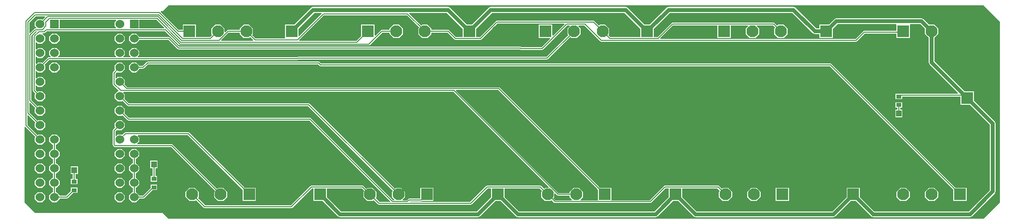
<source format=gtl>
G04*
G04 #@! TF.GenerationSoftware,Altium Limited,Altium Designer,21.6.1 (37)*
G04*
G04 Layer_Physical_Order=1*
G04 Layer_Color=255*
%FSLAX44Y44*%
%MOMM*%
G71*
G04*
G04 #@! TF.SameCoordinates,826819EA-234B-40C6-A563-737F89A4C456*
G04*
G04*
G04 #@! TF.FilePolarity,Positive*
G04*
G01*
G75*
%ADD11C,0.2000*%
%ADD16R,0.9000X0.7000*%
%ADD17R,1.0000X1.1000*%
%ADD25C,0.7000*%
%ADD26R,1.5300X1.5300*%
%ADD27C,1.5300*%
%ADD28R,2.1000X2.1000*%
%ADD29C,2.1000*%
%ADD30R,2.1000X2.1000*%
%ADD31C,0.7000*%
G36*
X1717757Y354071D02*
Y35929D01*
X1689071Y7243D01*
X260000Y7243D01*
X255929D01*
X246586Y16586D01*
X245858Y17072D01*
X245000Y17243D01*
X20929D01*
X2243Y35929D01*
Y169023D01*
X2344Y169086D01*
X3513Y169412D01*
X21555Y151370D01*
X20680Y150495D01*
Y143105D01*
X25905Y137880D01*
X33295D01*
X38520Y143105D01*
Y150495D01*
X33295Y155720D01*
X25905D01*
X25030Y154845D01*
X7457Y172418D01*
Y189209D01*
X8630Y189695D01*
X21555Y176770D01*
X20680Y175895D01*
Y168505D01*
X25905Y163280D01*
X33295D01*
X38520Y168505D01*
Y175895D01*
X33295Y181120D01*
X25905D01*
X25030Y180245D01*
X10769Y194506D01*
Y211297D01*
X11943Y211783D01*
X21555Y202170D01*
X20680Y201295D01*
Y193905D01*
X25905Y188680D01*
X33295D01*
X38520Y193905D01*
Y201295D01*
X33295Y206520D01*
X25905D01*
X25030Y205645D01*
X14457Y216218D01*
Y329811D01*
X22189Y337543D01*
X23380D01*
X23866Y336370D01*
X17943Y330446D01*
X17223Y328709D01*
X17223Y328709D01*
Y232920D01*
X17223Y232920D01*
X17943Y231183D01*
X21555Y227570D01*
X20680Y226695D01*
Y219305D01*
X25905Y214080D01*
X33295D01*
X38520Y219305D01*
Y226695D01*
X33295Y231920D01*
X25905D01*
X25030Y231045D01*
X22137Y233938D01*
Y241589D01*
X23310Y242075D01*
X25905Y239480D01*
X33295D01*
X38520Y244705D01*
Y252095D01*
X33295Y257320D01*
X25905D01*
X23310Y254725D01*
X22137Y255211D01*
Y266989D01*
X23310Y267475D01*
X25905Y264880D01*
X33295D01*
X38520Y270105D01*
Y277495D01*
X37645Y278370D01*
X46098Y286823D01*
X482909D01*
X482909Y286823D01*
X484140Y287333D01*
X921247D01*
X921247Y287333D01*
X922985Y288053D01*
X962372Y327440D01*
X964082Y325730D01*
X973833D01*
X980727Y332625D01*
Y342375D01*
X976463Y346640D01*
X976949Y347813D01*
X987110D01*
X1015201Y319723D01*
X1015201Y319723D01*
X1016938Y319003D01*
X1016938Y319003D01*
X1464520D01*
X1464520Y319003D01*
X1466257Y319723D01*
X1480077Y333543D01*
X1535730D01*
Y325730D01*
X1559270D01*
Y349270D01*
X1560305Y349837D01*
X1577861D01*
X1585730Y341968D01*
Y332625D01*
X1592337Y326018D01*
Y282500D01*
X1593849Y278849D01*
X1644068Y228630D01*
X1643582Y227457D01*
X1542500D01*
X1542500Y227457D01*
X1542048Y227270D01*
X1534230D01*
Y217730D01*
X1545770D01*
Y222543D01*
X1648230D01*
Y208230D01*
X1664468D01*
X1699837Y172861D01*
Y57139D01*
X1662861Y20163D01*
X1497139D01*
X1471770Y45532D01*
Y61770D01*
X1448230D01*
Y45532D01*
X1422861Y20163D01*
X1184639D01*
X1159270Y45532D01*
Y60313D01*
X1221212D01*
X1224940Y56585D01*
X1223230Y54875D01*
Y45125D01*
X1230125Y38230D01*
X1239875D01*
X1246770Y45125D01*
Y54875D01*
X1239875Y61770D01*
X1230125D01*
X1228415Y60060D01*
X1223967Y64507D01*
X1222230Y65227D01*
X1222230Y65227D01*
X1128330D01*
X1128329Y65227D01*
X1126592Y64507D01*
X1126592Y64507D01*
X1101772Y39687D01*
X1034270D01*
Y61770D01*
X1014205D01*
X838047Y237927D01*
X836310Y238647D01*
X836310Y238647D01*
X183228D01*
X178045Y243830D01*
X178920Y244705D01*
Y252095D01*
X173695Y257320D01*
X166305D01*
X163710Y254725D01*
X162537Y255211D01*
Y262862D01*
X165430Y265755D01*
X166305Y264880D01*
X173695D01*
X178920Y270105D01*
Y277495D01*
X173695Y282720D01*
X166305D01*
X161080Y277495D01*
Y270105D01*
X161955Y269230D01*
X158343Y265617D01*
X157623Y263880D01*
X157623Y263880D01*
Y244291D01*
X157623Y244291D01*
X158343Y242554D01*
X167803Y233093D01*
X167317Y231920D01*
X166305D01*
X161080Y226695D01*
Y219305D01*
X166305Y214080D01*
X173695D01*
X174570Y214955D01*
X183743Y205783D01*
X183743Y205783D01*
X185480Y205063D01*
X185480Y205063D01*
X501462D01*
X649940Y56585D01*
X648230Y54875D01*
Y45125D01*
X652494Y40860D01*
X652008Y39687D01*
X650788D01*
X506617Y183857D01*
X504880Y184577D01*
X504880Y184577D01*
X186498D01*
X178045Y193030D01*
X178920Y193905D01*
Y201295D01*
X173695Y206520D01*
X166305D01*
X161080Y201295D01*
Y193905D01*
X166305Y188680D01*
X173695D01*
X174570Y189555D01*
X183743Y180383D01*
X183743Y180383D01*
X185480Y179663D01*
X185480Y179663D01*
X503862D01*
X645935Y37590D01*
X645449Y36417D01*
X627058D01*
X620060Y43415D01*
X621770Y45125D01*
Y54875D01*
X614875Y61770D01*
X605125D01*
X603415Y60060D01*
X598967Y64507D01*
X597230Y65227D01*
X597230Y65227D01*
X506770D01*
X506770Y65227D01*
X505033Y64507D01*
X505033Y64507D01*
X470982Y30457D01*
X320518D01*
X307560Y43415D01*
X309270Y45125D01*
Y54875D01*
X302375Y61770D01*
X292625D01*
X285730Y54875D01*
Y45125D01*
X292625Y38230D01*
X302375D01*
X304085Y39940D01*
X317763Y26263D01*
X317763Y26263D01*
X319500Y25543D01*
X319500Y25543D01*
X472000D01*
X472000Y25543D01*
X473737Y26263D01*
X507788Y60313D01*
X510730D01*
Y38230D01*
X526968D01*
X553849Y11349D01*
X557500Y9837D01*
X800000D01*
X803651Y11349D01*
X830532Y38230D01*
X839469D01*
X866349Y11349D01*
X870000Y9837D01*
X1112500D01*
X1116151Y11349D01*
X1143032Y38230D01*
X1151968D01*
X1178849Y11349D01*
X1182500Y9837D01*
X1425000D01*
X1428651Y11349D01*
X1455532Y38230D01*
X1464468D01*
X1491349Y11349D01*
X1495000Y9837D01*
X1665000D01*
X1668651Y11349D01*
X1708651Y51349D01*
X1710163Y55000D01*
Y175000D01*
X1708651Y178651D01*
X1671770Y215532D01*
Y231770D01*
X1655532D01*
X1602663Y284639D01*
Y326018D01*
X1609270Y332625D01*
Y342375D01*
X1602375Y349270D01*
X1593032D01*
X1583651Y358651D01*
X1580000Y360163D01*
X1430000D01*
X1426349Y358651D01*
X1416968Y349270D01*
X1400730D01*
Y342663D01*
X1394639D01*
X1358651Y378651D01*
X1355000Y380163D01*
X1135000D01*
X1131349Y378651D01*
X1101968Y349270D01*
X1093032D01*
X1063651Y378651D01*
X1060000Y380163D01*
X822500D01*
X818849Y378651D01*
X789468Y349270D01*
X780532D01*
X751151Y378651D01*
X747500Y380163D01*
X510000D01*
X506349Y378651D01*
X476968Y349270D01*
X460730D01*
Y325730D01*
X460085Y324727D01*
X408748D01*
X402560Y330915D01*
X404270Y332625D01*
Y342375D01*
X397375Y349270D01*
X387625D01*
X380730Y342375D01*
Y339957D01*
X360560D01*
X358822Y339237D01*
X358822Y339237D01*
X355443Y335859D01*
X354270Y336345D01*
Y342375D01*
X347375Y349270D01*
X337625D01*
X330730Y342375D01*
Y332625D01*
X332440Y330915D01*
X328712Y327187D01*
X304270D01*
Y349270D01*
X280730D01*
Y339957D01*
X273518D01*
X241988Y371487D01*
X242314Y372656D01*
X242377Y372757D01*
X245000D01*
X245858Y372928D01*
X246586Y373414D01*
X255929Y382757D01*
X260000Y382757D01*
X1689071Y382757D01*
X1717757Y354071D01*
D02*
G37*
G36*
X38955Y362830D02*
X34170Y358045D01*
X33295Y358920D01*
X25905D01*
X20680Y353695D01*
Y346305D01*
X23355Y343630D01*
X22869Y342457D01*
X21172D01*
X21172Y342457D01*
X19434Y341737D01*
X19434Y341737D01*
X11943Y334246D01*
X10769Y334732D01*
Y352670D01*
X22102Y364003D01*
X38469D01*
X38955Y362830D01*
D02*
G37*
G36*
X248190Y343710D02*
X247704Y342537D01*
X204320D01*
Y357463D01*
X234438D01*
X248190Y343710D01*
D02*
G37*
G36*
X163675Y356290D02*
X161080Y353695D01*
Y346305D01*
X163675Y343710D01*
X163189Y342537D01*
X63920D01*
Y357463D01*
X163189D01*
X163675Y356290D01*
D02*
G37*
G36*
X696397Y344085D02*
X694688Y342375D01*
Y332625D01*
X701582Y325730D01*
X711333D01*
X718227Y332625D01*
Y335043D01*
X746617D01*
X758667Y322993D01*
X758667Y322993D01*
X760405Y322273D01*
X804171D01*
X804171Y322273D01*
X805908Y322993D01*
X833998Y351083D01*
X951617D01*
X952103Y349910D01*
X931901Y329708D01*
X930727Y330194D01*
Y349270D01*
X907188D01*
Y325730D01*
X926264D01*
X926750Y324557D01*
X911860Y309667D01*
X876384D01*
X874984Y310247D01*
X874984Y310247D01*
X274730D01*
X258640Y326337D01*
X256902Y327057D01*
X256902Y327057D01*
X204320D01*
Y328295D01*
X199095Y333520D01*
X191705D01*
X186480Y328295D01*
Y320905D01*
X191705Y315680D01*
X199095D01*
X204320Y320905D01*
Y322143D01*
X255884D01*
X271975Y306053D01*
X271975Y306053D01*
X273712Y305333D01*
X273712Y305333D01*
X874164D01*
X875564Y304753D01*
X875564Y304753D01*
X912878D01*
X912878Y304753D01*
X914615Y305473D01*
X956955Y347813D01*
X960966D01*
X961452Y346640D01*
X957188Y342375D01*
Y332625D01*
X958897Y330915D01*
X920230Y292247D01*
X483419D01*
X483419Y292247D01*
X482188Y291737D01*
X202211D01*
X201725Y292910D01*
X204320Y295505D01*
Y302895D01*
X199095Y308120D01*
X191705D01*
X186480Y302895D01*
Y295505D01*
X189075Y292910D01*
X188589Y291737D01*
X176811D01*
X176325Y292910D01*
X178920Y295505D01*
Y302895D01*
X173695Y308120D01*
X166305D01*
X161080Y302895D01*
Y295505D01*
X163675Y292910D01*
X163189Y291737D01*
X61811D01*
X61325Y292910D01*
X63920Y295505D01*
Y302895D01*
X58695Y308120D01*
X51305D01*
X46080Y302895D01*
Y295505D01*
X48675Y292910D01*
X48189Y291737D01*
X45080D01*
X45080Y291737D01*
X43343Y291017D01*
X34170Y281845D01*
X33295Y282720D01*
X25905D01*
X23310Y280125D01*
X22137Y280611D01*
Y292389D01*
X23310Y292875D01*
X25905Y290280D01*
X33295D01*
X38520Y295505D01*
Y302895D01*
X33295Y308120D01*
X25905D01*
X23310Y305525D01*
X22137Y306011D01*
Y317789D01*
X23310Y318275D01*
X25905Y315680D01*
X33295D01*
X38520Y320905D01*
Y328295D01*
X33812Y333003D01*
X34338Y334273D01*
X37106D01*
X37106Y334273D01*
X38843Y334993D01*
X41473Y337623D01*
X249653D01*
X274094Y313183D01*
X274094Y313183D01*
X275831Y312463D01*
X608088D01*
X608088Y312463D01*
X609825Y313183D01*
X631685Y335043D01*
X644688D01*
Y332625D01*
X651582Y325730D01*
X661333D01*
X668227Y332625D01*
Y342375D01*
X661333Y349270D01*
X651582D01*
X644688Y342375D01*
Y339957D01*
X630668D01*
X630668Y339957D01*
X628930Y339237D01*
X619401Y329708D01*
X618228Y330194D01*
Y349270D01*
X594688D01*
Y329205D01*
X586130Y320647D01*
X485781D01*
X485295Y321820D01*
X529189Y365715D01*
X674768D01*
X696397Y344085D01*
D02*
G37*
G36*
X525189Y368664D02*
X485443Y328918D01*
X484270Y329404D01*
Y341968D01*
X512139Y369837D01*
X524703D01*
X525189Y368664D01*
D02*
G37*
G36*
X1085730Y341968D02*
Y327187D01*
X1032745D01*
X1029017Y330915D01*
X1030727Y332625D01*
Y342375D01*
X1023833Y349270D01*
X1014082D01*
X1012372Y347560D01*
X1004655Y355277D01*
X1002917Y355997D01*
X1002917Y355997D01*
X832981D01*
X832980Y355997D01*
X831752Y355488D01*
X831243Y355277D01*
X831243Y355277D01*
X803153Y327187D01*
X796770D01*
Y341968D01*
X824639Y369837D01*
X1057861D01*
X1085730Y341968D01*
D02*
G37*
G36*
X773230D02*
Y327187D01*
X761422D01*
X749372Y339237D01*
X747635Y339957D01*
X747635Y339957D01*
X718227D01*
Y342375D01*
X711333Y349270D01*
X701582D01*
X699872Y347560D01*
X678769Y368664D01*
X679255Y369837D01*
X745361D01*
X773230Y341968D01*
D02*
G37*
G36*
X1388849Y333849D02*
X1392500Y332337D01*
X1400730D01*
Y325730D01*
X1424270D01*
Y341968D01*
X1432139Y349837D01*
X1534695D01*
X1535730Y349270D01*
Y338457D01*
X1479059D01*
X1477322Y337737D01*
X1477322Y337737D01*
X1463502Y323917D01*
X1120992D01*
X1120506Y325090D01*
X1143228Y347813D01*
X1220730D01*
Y325730D01*
X1244270D01*
Y347813D01*
X1274508D01*
X1274994Y346640D01*
X1270730Y342375D01*
Y332625D01*
X1277625Y325730D01*
X1287375D01*
X1294270Y332625D01*
Y342375D01*
X1290006Y346640D01*
X1290492Y347813D01*
X1318712D01*
X1322440Y344085D01*
X1320730Y342375D01*
Y332625D01*
X1327625Y325730D01*
X1337375D01*
X1344270Y332625D01*
Y342375D01*
X1337375Y349270D01*
X1327625D01*
X1325915Y347560D01*
X1321467Y352007D01*
X1319730Y352727D01*
X1319730Y352727D01*
X1142211D01*
X1142210Y352727D01*
X1140473Y352007D01*
X1140473Y352007D01*
X1115653Y327187D01*
X1109270D01*
Y341968D01*
X1137139Y369837D01*
X1352861D01*
X1388849Y333849D01*
D02*
G37*
G36*
X380730Y332625D02*
X387625Y325730D01*
X397375D01*
X399085Y327440D01*
X404705Y321820D01*
X404219Y320647D01*
X348841D01*
X348355Y321820D01*
X361577Y335043D01*
X380730D01*
Y332625D01*
D02*
G37*
G36*
X924141Y62943D02*
X923655Y61770D01*
X917625D01*
X915915Y60060D01*
X911467Y64507D01*
X909730Y65227D01*
X909730Y65227D01*
X815830D01*
X815829Y65227D01*
X814092Y64507D01*
X814092Y64507D01*
X786002Y36417D01*
X681388D01*
X680737Y37687D01*
X680993Y38043D01*
X700500D01*
X700500Y38043D01*
X700952Y38230D01*
X721770D01*
Y61770D01*
X698230D01*
Y42957D01*
X679240D01*
X679240Y42957D01*
X677503Y42237D01*
X677503Y42237D01*
X674952Y39687D01*
X667992D01*
X667506Y40860D01*
X671770Y45125D01*
Y54875D01*
X664875Y61770D01*
X655125D01*
X653415Y60060D01*
X504217Y209257D01*
X502480Y209977D01*
X502480Y209977D01*
X186498D01*
X178045Y218430D01*
X178920Y219305D01*
Y226695D01*
X176325Y229290D01*
X176811Y230463D01*
X756622D01*
X924141Y62943D01*
D02*
G37*
G36*
X1010730Y58295D02*
Y39687D01*
X980492D01*
X980006Y40860D01*
X984270Y45125D01*
Y54875D01*
X977375Y61770D01*
X967625D01*
X960730Y54875D01*
Y52457D01*
X941577D01*
X761475Y232560D01*
X761961Y233733D01*
X835292D01*
X1010730Y58295D01*
D02*
G37*
G36*
X938822Y48263D02*
X938822Y48263D01*
X940559Y47543D01*
X940560Y47543D01*
X960730D01*
Y45125D01*
X964994Y40860D01*
X964508Y39687D01*
X936288D01*
X932560Y43415D01*
X934270Y45125D01*
Y51155D01*
X935443Y51641D01*
X938822Y48263D01*
D02*
G37*
G36*
X1135730Y45532D02*
X1110361Y20163D01*
X872139D01*
X846770Y45532D01*
Y60313D01*
X908712D01*
X912440Y56585D01*
X910730Y54875D01*
Y45125D01*
X917625Y38230D01*
X927375D01*
X929085Y39940D01*
X933533Y35493D01*
X933533Y35493D01*
X935270Y34773D01*
X1102790D01*
X1102790Y34773D01*
X1104527Y35493D01*
X1129347Y60313D01*
X1135730D01*
Y45532D01*
D02*
G37*
G36*
X823230Y45532D02*
X797861Y20163D01*
X559639D01*
X534270Y45532D01*
Y60313D01*
X596212D01*
X599940Y56585D01*
X598230Y54875D01*
Y45125D01*
X605125Y38230D01*
X614875D01*
X616585Y39940D01*
X624303Y32223D01*
X624303Y32223D01*
X626040Y31503D01*
X787020D01*
X787020Y31503D01*
X788757Y32223D01*
X816847Y60313D01*
X823230D01*
Y45532D01*
D02*
G37*
%LPC*%
G36*
X519820Y284187D02*
X519820Y284187D01*
X219000D01*
X219000Y284187D01*
X217263Y283467D01*
X217263Y283467D01*
X210052Y276257D01*
X204320D01*
Y277495D01*
X199095Y282720D01*
X191705D01*
X186480Y277495D01*
Y270105D01*
X191705Y264880D01*
X199095D01*
X204320Y270105D01*
Y271343D01*
X211070D01*
X211070Y271343D01*
X212807Y272063D01*
X220018Y279273D01*
X518802D01*
X521602Y276473D01*
X523340Y275753D01*
X523340Y275753D01*
X1418772D01*
X1635730Y58795D01*
Y38230D01*
X1659270D01*
Y61770D01*
X1639705D01*
X1421527Y279947D01*
X1419790Y280667D01*
X1419790Y280667D01*
X524357D01*
X521557Y283467D01*
X519820Y284187D01*
D02*
G37*
G36*
X58695Y282720D02*
X51305D01*
X46080Y277495D01*
Y270105D01*
X51305Y264880D01*
X58695D01*
X63920Y270105D01*
Y277495D01*
X58695Y282720D01*
D02*
G37*
G36*
X1545770Y212270D02*
X1534230D01*
Y202730D01*
X1537543D01*
Y199270D01*
X1533730D01*
Y185730D01*
X1546270D01*
Y199270D01*
X1542457D01*
Y202730D01*
X1545770D01*
Y212270D01*
D02*
G37*
G36*
X173695Y181120D02*
X166305D01*
X161080Y175895D01*
Y168505D01*
X161955Y167630D01*
X158263Y163937D01*
X157543Y162200D01*
X157543Y162200D01*
Y137172D01*
X157543Y137172D01*
X158263Y135434D01*
X159434Y134263D01*
X159434Y134263D01*
X161172Y133543D01*
X161172Y133543D01*
X260482D01*
X337440Y56585D01*
X335730Y54875D01*
Y45125D01*
X342625Y38230D01*
X352375D01*
X359270Y45125D01*
Y54875D01*
X352375Y61770D01*
X342625D01*
X340915Y60060D01*
X263237Y137737D01*
X261500Y138457D01*
X261500Y138457D01*
X201331D01*
X200845Y139630D01*
X204320Y143105D01*
Y150495D01*
X201725Y153090D01*
X202211Y154263D01*
X289762D01*
X385730Y58295D01*
Y38230D01*
X409270D01*
Y61770D01*
X389205D01*
X292517Y158457D01*
X290780Y159177D01*
X290780Y159177D01*
X179920D01*
X178183Y158457D01*
X178183Y158457D01*
X174570Y154845D01*
X173695Y155720D01*
X166305D01*
X163630Y153045D01*
X162457Y153531D01*
Y161182D01*
X165430Y164155D01*
X166305Y163280D01*
X173695D01*
X178920Y168505D01*
Y175895D01*
X173695Y181120D01*
D02*
G37*
G36*
Y130320D02*
X166305D01*
X161080Y125095D01*
Y117705D01*
X166305Y112480D01*
X173695D01*
X178920Y117705D01*
Y125095D01*
X173695Y130320D01*
D02*
G37*
G36*
X33295D02*
X25905D01*
X20680Y125095D01*
Y117705D01*
X25905Y112480D01*
X33295D01*
X38520Y117705D01*
Y125095D01*
X33295Y130320D01*
D02*
G37*
G36*
X173695Y104920D02*
X166305D01*
X161080Y99695D01*
Y92305D01*
X166305Y87080D01*
X173695D01*
X178920Y92305D01*
Y99695D01*
X173695Y104920D01*
D02*
G37*
G36*
X33295D02*
X25905D01*
X20680Y99695D01*
Y92305D01*
X25905Y87080D01*
X33295D01*
X38520Y92305D01*
Y99695D01*
X33295Y104920D01*
D02*
G37*
G36*
X236270Y109270D02*
X223730D01*
Y95730D01*
X227543D01*
Y82270D01*
X224230D01*
Y72730D01*
X235770D01*
Y82270D01*
X232457D01*
Y95730D01*
X236270D01*
Y109270D01*
D02*
G37*
G36*
X96270Y99270D02*
X83730D01*
Y85730D01*
X87543D01*
Y77270D01*
X84230D01*
Y67730D01*
X95770D01*
Y77270D01*
X92457D01*
Y85730D01*
X96270D01*
Y99270D01*
D02*
G37*
G36*
X173695Y79520D02*
X166305D01*
X161080Y74295D01*
Y66905D01*
X166305Y61680D01*
X173695D01*
X178920Y66905D01*
Y74295D01*
X173695Y79520D01*
D02*
G37*
G36*
X33295D02*
X25905D01*
X20680Y74295D01*
Y66905D01*
X25905Y61680D01*
X33295D01*
X38520Y66905D01*
Y74295D01*
X33295Y79520D01*
D02*
G37*
G36*
X199095Y130320D02*
X191705D01*
X186480Y125095D01*
Y117705D01*
X191705Y112480D01*
X192943D01*
Y104920D01*
X191705D01*
X186480Y99695D01*
Y92305D01*
X191705Y87080D01*
X192943D01*
Y79520D01*
X191705D01*
X186480Y74295D01*
Y66905D01*
X191705Y61680D01*
X192943D01*
Y54120D01*
X191705D01*
X186480Y48895D01*
Y41505D01*
X191705Y36280D01*
X199095D01*
X204320Y41505D01*
Y42743D01*
X211700D01*
X211700Y42743D01*
X213437Y43463D01*
X227705Y57730D01*
X235770D01*
Y67270D01*
X224230D01*
Y61205D01*
X210682Y47657D01*
X204320D01*
Y48895D01*
X199095Y54120D01*
X197857D01*
Y61680D01*
X199095D01*
X204320Y66905D01*
Y74295D01*
X199095Y79520D01*
X197857D01*
Y87080D01*
X199095D01*
X204320Y92305D01*
Y99695D01*
X199095Y104920D01*
X197857D01*
Y112480D01*
X199095D01*
X204320Y117705D01*
Y125095D01*
X199095Y130320D01*
D02*
G37*
G36*
X58695Y155720D02*
X51305D01*
X46080Y150495D01*
Y143105D01*
X51305Y137880D01*
X52543D01*
Y130320D01*
X51305D01*
X46080Y125095D01*
Y117705D01*
X51305Y112480D01*
X52543D01*
Y104920D01*
X51305D01*
X46080Y99695D01*
Y92305D01*
X51305Y87080D01*
X52543D01*
Y79520D01*
X51305D01*
X46080Y74295D01*
Y66905D01*
X51305Y61680D01*
X52543D01*
Y54120D01*
X51305D01*
X46080Y48895D01*
Y41505D01*
X51305Y36280D01*
X58695D01*
X63920Y41505D01*
Y42743D01*
X76700D01*
X76700Y42743D01*
X78437Y43463D01*
X87705Y52730D01*
X95770D01*
Y62270D01*
X84230D01*
Y56205D01*
X75682Y47657D01*
X63920D01*
Y48895D01*
X58695Y54120D01*
X57457D01*
Y61680D01*
X58695D01*
X63920Y66905D01*
Y74295D01*
X58695Y79520D01*
X57457D01*
Y87080D01*
X58695D01*
X63920Y92305D01*
Y99695D01*
X58695Y104920D01*
X57457D01*
Y112480D01*
X58695D01*
X63920Y117705D01*
Y125095D01*
X58695Y130320D01*
X57457D01*
Y137880D01*
X58695D01*
X63920Y143105D01*
Y150495D01*
X58695Y155720D01*
D02*
G37*
G36*
X1602375Y61770D02*
X1592625D01*
X1585730Y54875D01*
Y45125D01*
X1592625Y38230D01*
X1602375D01*
X1609270Y45125D01*
Y54875D01*
X1602375Y61770D01*
D02*
G37*
G36*
X1552375D02*
X1542625D01*
X1535730Y54875D01*
Y45125D01*
X1542625Y38230D01*
X1552375D01*
X1559270Y45125D01*
Y54875D01*
X1552375Y61770D01*
D02*
G37*
G36*
X1346770D02*
X1323230D01*
Y38230D01*
X1346770D01*
Y61770D01*
D02*
G37*
G36*
X1289875D02*
X1280125D01*
X1273230Y54875D01*
Y45125D01*
X1280125Y38230D01*
X1289875D01*
X1296770Y45125D01*
Y54875D01*
X1289875Y61770D01*
D02*
G37*
G36*
X173695Y54120D02*
X166305D01*
X161080Y48895D01*
Y41505D01*
X166305Y36280D01*
X173695D01*
X178920Y41505D01*
Y48895D01*
X173695Y54120D01*
D02*
G37*
G36*
X33295D02*
X25905D01*
X20680Y48895D01*
Y41505D01*
X25905Y36280D01*
X33295D01*
X38520Y41505D01*
Y48895D01*
X33295Y54120D01*
D02*
G37*
G36*
X173695Y333520D02*
X166305D01*
X161080Y328295D01*
Y320905D01*
X166305Y315680D01*
X173695D01*
X178920Y320905D01*
Y328295D01*
X173695Y333520D01*
D02*
G37*
G36*
X58695D02*
X51305D01*
X46080Y328295D01*
Y320905D01*
X51305Y315680D01*
X58695D01*
X63920Y320905D01*
Y328295D01*
X58695Y333520D01*
D02*
G37*
%LPD*%
D11*
X1655000Y225000D02*
X1660000D01*
X1542500D02*
X1655000D01*
X1540000Y222500D02*
X1542500Y225000D01*
X1540000Y195000D02*
X1540000Y195000D01*
X1540000Y195000D02*
Y207500D01*
X55000Y45000D02*
X55200Y45200D01*
X55000Y121400D02*
Y145000D01*
Y96000D02*
Y121400D01*
Y70600D02*
Y96000D01*
Y45200D02*
Y70600D01*
X55000Y145000D02*
X55000Y145000D01*
X76700Y45200D02*
X89000Y57500D01*
X90000D01*
X55200Y45200D02*
X76700D01*
X195200D02*
X195400Y45400D01*
X195000Y45000D02*
X195200Y45200D01*
X195400Y96000D02*
Y121400D01*
Y70600D02*
Y96000D01*
Y45400D02*
Y70600D01*
Y45200D02*
X211700D01*
X195200D02*
X195400D01*
X211700D02*
X229000Y62500D01*
X230000D01*
X230000Y80000D02*
Y102500D01*
X90000Y75000D02*
Y92500D01*
X1638000Y59500D02*
X1647500Y50000D01*
X1638000Y59500D02*
Y60000D01*
X523340Y278210D02*
X1419790D01*
X1638000Y60000D01*
X1647500Y50000D02*
X1648000D01*
X45080Y289280D02*
X482909D01*
X483419Y289790D01*
X921247D02*
X967458Y336000D01*
X483419Y289790D02*
X921247D01*
X19680Y232920D02*
Y328709D01*
X27701Y336730D01*
X19680Y232920D02*
X29600Y223000D01*
X1595500Y52000D02*
X1597000D01*
X219000Y281730D02*
X519820D01*
X523340Y278210D01*
X211070Y273800D02*
X219000Y281730D01*
X195400Y273800D02*
X211070D01*
X29600D02*
X45080Y289280D01*
X171451Y232920D02*
X757639D01*
X182210Y236190D02*
X836310D01*
X1022500Y50000D01*
X757639Y232920D02*
X940559Y50000D01*
X935270Y37230D02*
X1102790D01*
X922500Y50000D02*
X935270Y37230D01*
X1102790D02*
X1128329Y62770D01*
X171000Y247400D02*
Y249000D01*
Y247400D02*
X182210Y236190D01*
X160080Y263880D02*
X167200Y271000D01*
X160080Y244291D02*
Y263880D01*
X167200Y271000D02*
X170000D01*
X160080Y244291D02*
X171451Y232920D01*
X940559Y50000D02*
X972500D01*
X502480Y207520D02*
X660000Y50000D01*
X504880Y182120D02*
X649770Y37230D01*
X185480Y207520D02*
X502480D01*
X185480Y182120D02*
X504880D01*
X649770Y37230D02*
X675970D01*
X626040Y33960D02*
X787020D01*
X815829Y62770D01*
X610000Y50000D02*
X626040Y33960D01*
X675970Y37230D02*
X679240Y40500D01*
X171000Y196600D02*
Y197000D01*
Y196600D02*
X185480Y182120D01*
X679240Y40500D02*
X700500D01*
X710000Y50000D01*
X909730Y62770D02*
X922000Y50500D01*
Y50000D02*
Y50500D01*
X172000Y221000D02*
X185480Y207520D01*
X171000Y221000D02*
X172000D01*
X169000Y149000D02*
X172200D01*
X179920Y156720D02*
X290780D01*
X172200Y149000D02*
X179920Y156720D01*
X290780D02*
X397500Y50000D01*
X169000Y171200D02*
Y172000D01*
X160000Y162200D02*
X169000Y171200D01*
X161172Y136000D02*
X261500D01*
X160000Y137172D02*
Y162200D01*
Y137172D02*
X161172Y136000D01*
X261500D02*
X347500Y50000D01*
X1235000D02*
Y50000D01*
X1222230Y62770D02*
X1235000Y50000D01*
X1128329Y62770D02*
X1222230D01*
X815829D02*
X909730D01*
X506770D02*
X597230D01*
X609000Y51000D01*
X472000Y28000D02*
X506770Y62770D01*
X319500Y28000D02*
X472000D01*
X297500Y50000D02*
X319500Y28000D01*
X1479059Y336000D02*
X1548000D01*
X1116671Y324730D02*
X1142210Y350270D01*
X804171Y324730D02*
X832980Y353540D01*
X1002917D02*
X1016458Y340000D01*
X1464520Y321460D02*
X1479059Y336000D01*
X1016938Y321460D02*
X1464520D01*
X988128Y350270D02*
X1016938Y321460D01*
X955938Y350270D02*
X988128D01*
X912878Y307210D02*
X955938Y350270D01*
X875564Y307210D02*
X912878D01*
X874984Y307790D02*
X875564Y307210D01*
X273712Y307790D02*
X874984D01*
X256902Y324600D02*
X273712Y307790D01*
X195400Y324600D02*
X256902D01*
X1031728Y324730D02*
X1116671D01*
X832980Y353540D02*
X1002917D01*
X967458Y336000D02*
X970000D01*
X40456Y340080D02*
X250671D01*
X1331000Y339000D02*
Y339000D01*
X1142210Y350270D02*
X1319730D01*
X1018958Y337500D02*
X1031728Y324730D01*
X1319730Y350270D02*
X1331000Y339000D01*
X760405Y324730D02*
X804171D01*
X747635Y337500D02*
X760405Y324730D01*
X706458Y337500D02*
X747635D01*
X407730Y322270D02*
X482270D01*
X277185Y318190D02*
X587147D01*
X482270Y322270D02*
X528172Y368172D01*
X392500Y337500D02*
X407730Y322270D01*
X275831Y314920D02*
X608088D01*
X630668Y337500D01*
X250671Y340080D02*
X275831Y314920D01*
X235456Y359920D02*
X277185Y318190D01*
X587147D02*
X606457Y337500D01*
X360560D02*
X392500D01*
X37106Y336730D02*
X40456Y340080D01*
X27701Y336730D02*
X37106D01*
X33629Y340000D02*
X40059Y346430D01*
X21172Y340000D02*
X33629D01*
X40059Y346430D02*
Y353570D01*
X5000Y355000D02*
X20000Y370000D01*
X12000Y215200D02*
Y330828D01*
X5000Y171400D02*
Y355000D01*
X30000Y145000D02*
Y146400D01*
X29600Y146800D02*
X30000Y146400D01*
X8312Y193488D02*
Y353688D01*
X21084Y366460D01*
X12000Y215200D02*
X29000Y198200D01*
X8312Y193488D02*
X29000Y172800D01*
X5000Y171400D02*
X29600Y146800D01*
X12000Y330828D02*
X21172Y340000D01*
X630668Y337500D02*
X656458D01*
X29000Y198000D02*
Y198200D01*
X40059Y353570D02*
X46410Y359920D01*
X21084Y366460D02*
X238540D01*
X280270Y324730D01*
X236810Y363190D02*
X278540Y321460D01*
X42790Y363190D02*
X236810D01*
X31600Y352000D02*
X42790Y363190D01*
X46410Y359920D02*
X235456D01*
X675786Y368172D02*
X705957Y338000D01*
X528172Y368172D02*
X675786D01*
X29000Y352000D02*
X31600D01*
X344520Y321460D02*
X360560Y337500D01*
X278540Y321460D02*
X344520D01*
X29000Y172000D02*
Y172800D01*
X280270Y324730D02*
X329730D01*
X342500Y337500D01*
X20000Y370000D02*
X240000D01*
X272500Y337500D01*
X292500D01*
D16*
X230000Y77500D02*
D03*
Y62500D02*
D03*
X90000Y72500D02*
D03*
Y57500D02*
D03*
X1540000Y207500D02*
D03*
Y222500D02*
D03*
D17*
X230000Y117500D02*
D03*
Y102500D02*
D03*
X90000Y107500D02*
D03*
Y92500D02*
D03*
X1540000Y177500D02*
D03*
Y192500D02*
D03*
D25*
X1655000Y225000D02*
X1660000Y220000D01*
X1597500Y282500D02*
X1655000Y225000D01*
X1425000Y15000D02*
X1453000Y43000D01*
X1453000D02*
X1460000Y50000D01*
X1453000Y43000D02*
X1453000D01*
X1597500Y282500D02*
Y337500D01*
X1660000Y220000D02*
X1705000Y175000D01*
X828000Y43000D02*
X828000D01*
X800000Y15000D02*
X828000Y43000D01*
X828000D02*
X835000Y50000D01*
X557500Y15000D02*
X800000D01*
X1182500D02*
X1425000D01*
X1147500Y50000D02*
X1182500Y15000D01*
X1112500D02*
X1147500Y50000D01*
X870000Y15000D02*
X1112500D01*
X835000Y50000D02*
X870000Y15000D01*
X522500Y50000D02*
X557500Y15000D01*
X785000Y340000D02*
X787500D01*
X475000D02*
X510000Y375000D01*
X475000Y340000D02*
X475000D01*
X510000Y375000D02*
X747500D01*
X785000Y337500D01*
X787500Y340000D02*
X822500Y375000D01*
X1060000D01*
X1097500Y337500D01*
X1100000Y340000D02*
X1135000Y375000D01*
X1355000D01*
X1392500Y337500D01*
X1412500D01*
X1705000Y55000D02*
Y175000D01*
X1665000Y15000D02*
X1705000Y55000D01*
X1495000Y15000D02*
X1665000D01*
X1460000Y50000D02*
X1495000Y15000D01*
X1580000Y355000D02*
X1595000Y340000D01*
X1430000Y355000D02*
X1580000D01*
X1595000Y340000D02*
Y340000D01*
X1412500Y337500D02*
X1430000Y355000D01*
D26*
X195400Y350000D02*
D03*
X55000D02*
D03*
D27*
X170000D02*
D03*
X195400Y324600D02*
D03*
X170000D02*
D03*
X195400Y299200D02*
D03*
X170000D02*
D03*
X195400Y273800D02*
D03*
X170000D02*
D03*
X195400Y248400D02*
D03*
X170000D02*
D03*
X195400Y223000D02*
D03*
X170000D02*
D03*
X195400Y197600D02*
D03*
X170000D02*
D03*
X195400Y172200D02*
D03*
X170000D02*
D03*
X195400Y146800D02*
D03*
X170000D02*
D03*
X195400Y121400D02*
D03*
X170000D02*
D03*
X195400Y96000D02*
D03*
X170000D02*
D03*
X195400Y70600D02*
D03*
X170000D02*
D03*
X195400Y45200D02*
D03*
X170000D02*
D03*
X29600Y350000D02*
D03*
X55000Y324600D02*
D03*
X29600D02*
D03*
X55000Y299200D02*
D03*
X29600D02*
D03*
X55000Y273800D02*
D03*
X29600D02*
D03*
X55000Y248400D02*
D03*
X29600D02*
D03*
X55000Y223000D02*
D03*
X29600D02*
D03*
X55000Y197600D02*
D03*
X29600D02*
D03*
X55000Y172200D02*
D03*
X29600D02*
D03*
X55000Y146800D02*
D03*
X29600D02*
D03*
X55000Y121400D02*
D03*
X29600D02*
D03*
X55000Y96000D02*
D03*
X29600D02*
D03*
X55000Y70600D02*
D03*
X29600D02*
D03*
X55000Y45200D02*
D03*
X29600D02*
D03*
D28*
X1097500Y337500D02*
D03*
X918958D02*
D03*
X785000D02*
D03*
X606457D02*
D03*
X472500D02*
D03*
X292500D02*
D03*
X1547500D02*
D03*
X1232500D02*
D03*
X1412500D02*
D03*
X1647500Y50000D02*
D03*
X1460000D02*
D03*
X1335000D02*
D03*
X1147500D02*
D03*
X1022500D02*
D03*
X835000D02*
D03*
X710000D02*
D03*
X522500D02*
D03*
X397500D02*
D03*
D29*
X1147500Y337500D02*
D03*
X1018958D02*
D03*
X968958D02*
D03*
X835000D02*
D03*
X706458D02*
D03*
X656458D02*
D03*
X522500D02*
D03*
X392500D02*
D03*
X342500D02*
D03*
X1647500D02*
D03*
X1597500D02*
D03*
X1332500D02*
D03*
X1282500D02*
D03*
X1462500D02*
D03*
X1660000Y170000D02*
D03*
X1547500Y50000D02*
D03*
X1597500D02*
D03*
X1410000D02*
D03*
X1235000D02*
D03*
X1285000D02*
D03*
X1097500D02*
D03*
X922500D02*
D03*
X972500D02*
D03*
X785000D02*
D03*
X610000D02*
D03*
X660000D02*
D03*
X472500D02*
D03*
X297500D02*
D03*
X347500D02*
D03*
D30*
X1660000Y220000D02*
D03*
D31*
X1702500Y360000D02*
D03*
X1690000Y335000D02*
D03*
X1702500Y310000D02*
D03*
X1690000Y285000D02*
D03*
X1702500Y260000D02*
D03*
X1690000Y235000D02*
D03*
X1702500Y210000D02*
D03*
X1690000Y135000D02*
D03*
Y85000D02*
D03*
X1677500Y360000D02*
D03*
X1665000Y335000D02*
D03*
X1677500Y310000D02*
D03*
X1665000Y285000D02*
D03*
X1677500Y260000D02*
D03*
X1665000Y185000D02*
D03*
X1677500Y160000D02*
D03*
X1665000Y135000D02*
D03*
X1677500Y110000D02*
D03*
X1665000Y85000D02*
D03*
X1677500Y60000D02*
D03*
X1665000Y35000D02*
D03*
X1652500Y360000D02*
D03*
Y310000D02*
D03*
X1640000Y285000D02*
D03*
X1652500Y260000D02*
D03*
X1640000Y185000D02*
D03*
Y135000D02*
D03*
X1652500Y110000D02*
D03*
X1640000Y85000D02*
D03*
X1627500Y360000D02*
D03*
X1615000Y335000D02*
D03*
X1627500Y310000D02*
D03*
X1615000Y285000D02*
D03*
Y235000D02*
D03*
X1627500Y210000D02*
D03*
X1615000Y185000D02*
D03*
X1627500Y160000D02*
D03*
X1615000Y135000D02*
D03*
X1627500Y110000D02*
D03*
X1615000Y35000D02*
D03*
X1602500Y360000D02*
D03*
Y260000D02*
D03*
X1590000Y235000D02*
D03*
X1602500Y210000D02*
D03*
X1590000Y185000D02*
D03*
X1602500Y160000D02*
D03*
X1590000Y135000D02*
D03*
X1602500Y110000D02*
D03*
X1565000Y335000D02*
D03*
X1577500Y310000D02*
D03*
X1565000Y285000D02*
D03*
X1577500Y260000D02*
D03*
X1565000Y235000D02*
D03*
X1577500Y210000D02*
D03*
X1565000Y185000D02*
D03*
X1577500Y160000D02*
D03*
X1552500Y310000D02*
D03*
X1540000Y285000D02*
D03*
X1552500Y260000D02*
D03*
X1540000Y235000D02*
D03*
X1552500Y210000D02*
D03*
Y160000D02*
D03*
X1540000Y85000D02*
D03*
X1527500Y310000D02*
D03*
X1515000Y285000D02*
D03*
X1527500Y260000D02*
D03*
X1515000Y235000D02*
D03*
X1527500Y210000D02*
D03*
X1515000Y85000D02*
D03*
X1527500Y60000D02*
D03*
X1515000Y35000D02*
D03*
X1502500Y310000D02*
D03*
X1490000Y285000D02*
D03*
X1502500Y260000D02*
D03*
X1490000Y235000D02*
D03*
X1502500Y210000D02*
D03*
X1490000Y135000D02*
D03*
X1502500Y110000D02*
D03*
X1490000Y85000D02*
D03*
X1502500Y60000D02*
D03*
X1490000Y35000D02*
D03*
X1477500Y310000D02*
D03*
X1465000Y285000D02*
D03*
X1477500Y260000D02*
D03*
X1465000Y135000D02*
D03*
X1477500Y110000D02*
D03*
X1465000Y85000D02*
D03*
X1477500Y60000D02*
D03*
X1440000Y335000D02*
D03*
X1452500Y310000D02*
D03*
X1440000Y285000D02*
D03*
X1452500Y260000D02*
D03*
X1440000Y185000D02*
D03*
X1452500Y160000D02*
D03*
X1440000Y135000D02*
D03*
X1452500Y110000D02*
D03*
X1440000Y85000D02*
D03*
X1427500Y310000D02*
D03*
X1415000Y185000D02*
D03*
X1427500Y160000D02*
D03*
X1415000Y135000D02*
D03*
X1427500Y110000D02*
D03*
X1415000Y85000D02*
D03*
X1427500Y60000D02*
D03*
X1415000Y35000D02*
D03*
X1402500Y360000D02*
D03*
Y310000D02*
D03*
X1390000Y235000D02*
D03*
X1402500Y210000D02*
D03*
X1390000Y185000D02*
D03*
X1402500Y160000D02*
D03*
X1390000Y135000D02*
D03*
X1402500Y110000D02*
D03*
X1390000Y85000D02*
D03*
Y35000D02*
D03*
X1365000Y335000D02*
D03*
X1377500Y310000D02*
D03*
X1365000Y235000D02*
D03*
X1377500Y210000D02*
D03*
X1365000Y185000D02*
D03*
X1377500Y160000D02*
D03*
X1365000Y135000D02*
D03*
X1377500Y110000D02*
D03*
X1365000Y85000D02*
D03*
X1377500Y60000D02*
D03*
X1365000Y35000D02*
D03*
X1352500Y360000D02*
D03*
Y310000D02*
D03*
X1340000Y235000D02*
D03*
X1352500Y210000D02*
D03*
X1340000Y185000D02*
D03*
X1352500Y160000D02*
D03*
X1340000Y135000D02*
D03*
X1352500Y110000D02*
D03*
X1340000Y85000D02*
D03*
X1352500Y60000D02*
D03*
X1327500Y360000D02*
D03*
X1315000Y335000D02*
D03*
X1327500Y310000D02*
D03*
X1315000Y235000D02*
D03*
X1327500Y210000D02*
D03*
X1315000Y185000D02*
D03*
X1327500Y160000D02*
D03*
X1315000Y135000D02*
D03*
X1327500Y110000D02*
D03*
X1315000Y85000D02*
D03*
Y35000D02*
D03*
X1302500Y360000D02*
D03*
Y310000D02*
D03*
X1290000Y235000D02*
D03*
X1302500Y210000D02*
D03*
X1290000Y185000D02*
D03*
X1302500Y160000D02*
D03*
X1290000Y135000D02*
D03*
X1302500Y110000D02*
D03*
Y60000D02*
D03*
X1277500Y360000D02*
D03*
X1265000Y335000D02*
D03*
X1277500Y310000D02*
D03*
X1265000Y235000D02*
D03*
X1277500Y210000D02*
D03*
X1265000Y185000D02*
D03*
X1277500Y160000D02*
D03*
X1265000Y135000D02*
D03*
Y85000D02*
D03*
Y35000D02*
D03*
X1252500Y310000D02*
D03*
X1240000Y235000D02*
D03*
X1252500Y210000D02*
D03*
X1240000Y185000D02*
D03*
X1252500Y160000D02*
D03*
Y110000D02*
D03*
X1240000Y85000D02*
D03*
X1227500Y310000D02*
D03*
X1215000Y235000D02*
D03*
X1227500Y210000D02*
D03*
X1215000Y185000D02*
D03*
Y135000D02*
D03*
X1227500Y110000D02*
D03*
X1215000Y35000D02*
D03*
X1202500Y310000D02*
D03*
X1190000Y235000D02*
D03*
X1202500Y210000D02*
D03*
Y160000D02*
D03*
X1190000Y135000D02*
D03*
Y85000D02*
D03*
Y35000D02*
D03*
X1177500Y310000D02*
D03*
X1165000Y235000D02*
D03*
Y185000D02*
D03*
X1177500Y160000D02*
D03*
Y110000D02*
D03*
X1165000Y85000D02*
D03*
X1152500Y310000D02*
D03*
Y210000D02*
D03*
X1140000Y185000D02*
D03*
Y135000D02*
D03*
X1152500Y110000D02*
D03*
X1140000Y85000D02*
D03*
X1115000Y335000D02*
D03*
Y235000D02*
D03*
X1127500Y210000D02*
D03*
Y160000D02*
D03*
X1115000Y135000D02*
D03*
X1127500Y110000D02*
D03*
X1115000Y85000D02*
D03*
Y35000D02*
D03*
X1102500Y310000D02*
D03*
X1090000Y235000D02*
D03*
Y185000D02*
D03*
X1102500Y160000D02*
D03*
X1090000Y135000D02*
D03*
X1102500Y110000D02*
D03*
X1090000Y85000D02*
D03*
X1065000Y335000D02*
D03*
X1077500Y310000D02*
D03*
Y210000D02*
D03*
X1065000Y185000D02*
D03*
X1077500Y160000D02*
D03*
X1065000Y135000D02*
D03*
X1077500Y110000D02*
D03*
X1065000Y85000D02*
D03*
X1077500Y60000D02*
D03*
X1040000Y335000D02*
D03*
X1052500Y310000D02*
D03*
Y210000D02*
D03*
X1040000Y185000D02*
D03*
X1052500Y160000D02*
D03*
X1040000Y135000D02*
D03*
X1052500Y110000D02*
D03*
X1040000Y85000D02*
D03*
X1052500Y60000D02*
D03*
X1027500Y310000D02*
D03*
Y210000D02*
D03*
X1015000Y185000D02*
D03*
X1027500Y160000D02*
D03*
X1015000Y135000D02*
D03*
X1027500Y110000D02*
D03*
X1015000Y85000D02*
D03*
X990000Y335000D02*
D03*
X1002500Y310000D02*
D03*
Y210000D02*
D03*
X990000Y185000D02*
D03*
X1002500Y160000D02*
D03*
X990000Y135000D02*
D03*
X1002500Y110000D02*
D03*
X977500Y310000D02*
D03*
Y210000D02*
D03*
X965000Y185000D02*
D03*
X977500Y160000D02*
D03*
X965000Y135000D02*
D03*
X977500Y110000D02*
D03*
X965000Y85000D02*
D03*
X952500Y310000D02*
D03*
Y210000D02*
D03*
X940000Y185000D02*
D03*
X952500Y160000D02*
D03*
X940000Y85000D02*
D03*
X952500Y60000D02*
D03*
X927500Y310000D02*
D03*
Y210000D02*
D03*
X915000Y185000D02*
D03*
X927500Y160000D02*
D03*
X915000Y135000D02*
D03*
X927500Y110000D02*
D03*
X902500Y210000D02*
D03*
X890000Y135000D02*
D03*
X902500Y110000D02*
D03*
X890000Y85000D02*
D03*
Y35000D02*
D03*
X877500Y210000D02*
D03*
X865000Y185000D02*
D03*
X877500Y160000D02*
D03*
X865000Y85000D02*
D03*
Y35000D02*
D03*
X840000Y185000D02*
D03*
X852500Y160000D02*
D03*
X840000Y135000D02*
D03*
X852500Y110000D02*
D03*
X840000Y85000D02*
D03*
X827500Y210000D02*
D03*
X815000Y135000D02*
D03*
X827500Y110000D02*
D03*
X815000Y85000D02*
D03*
X802500Y210000D02*
D03*
X790000Y185000D02*
D03*
X802500Y160000D02*
D03*
X790000Y135000D02*
D03*
X802500Y110000D02*
D03*
X790000Y85000D02*
D03*
X765000Y335000D02*
D03*
Y185000D02*
D03*
X777500Y160000D02*
D03*
X765000Y135000D02*
D03*
X777500Y110000D02*
D03*
X765000Y85000D02*
D03*
X752500Y210000D02*
D03*
X740000Y185000D02*
D03*
X752500Y160000D02*
D03*
X740000Y135000D02*
D03*
X752500Y110000D02*
D03*
X740000Y85000D02*
D03*
X752500Y60000D02*
D03*
X727500Y210000D02*
D03*
X715000Y185000D02*
D03*
X727500Y160000D02*
D03*
X715000Y135000D02*
D03*
X727500Y110000D02*
D03*
X715000Y85000D02*
D03*
X727500Y60000D02*
D03*
X702500Y210000D02*
D03*
X690000Y185000D02*
D03*
X702500Y160000D02*
D03*
X690000Y135000D02*
D03*
X702500Y110000D02*
D03*
X690000Y85000D02*
D03*
X677500Y210000D02*
D03*
X665000Y185000D02*
D03*
X677500Y160000D02*
D03*
X665000Y135000D02*
D03*
X677500Y110000D02*
D03*
X665000Y85000D02*
D03*
X677500Y60000D02*
D03*
X652500Y210000D02*
D03*
X640000Y185000D02*
D03*
X652500Y160000D02*
D03*
X640000Y135000D02*
D03*
X652500Y110000D02*
D03*
X640000Y85000D02*
D03*
X627500Y210000D02*
D03*
X615000Y185000D02*
D03*
X627500Y160000D02*
D03*
X615000Y135000D02*
D03*
X627500Y110000D02*
D03*
X602500Y210000D02*
D03*
X590000Y185000D02*
D03*
X602500Y160000D02*
D03*
X590000Y135000D02*
D03*
Y85000D02*
D03*
Y35000D02*
D03*
X565000Y335000D02*
D03*
X577500Y210000D02*
D03*
X565000Y185000D02*
D03*
X577500Y160000D02*
D03*
X565000Y85000D02*
D03*
Y35000D02*
D03*
X540000Y335000D02*
D03*
X552500Y210000D02*
D03*
X540000Y185000D02*
D03*
Y135000D02*
D03*
X552500Y110000D02*
D03*
X540000Y85000D02*
D03*
X527500Y210000D02*
D03*
X515000Y135000D02*
D03*
X527500Y110000D02*
D03*
X515000Y85000D02*
D03*
X502500Y160000D02*
D03*
X490000Y135000D02*
D03*
X502500Y110000D02*
D03*
X490000Y85000D02*
D03*
Y35000D02*
D03*
X477500Y160000D02*
D03*
X465000Y135000D02*
D03*
X477500Y110000D02*
D03*
X465000Y85000D02*
D03*
X440000Y335000D02*
D03*
X452500Y160000D02*
D03*
X440000Y135000D02*
D03*
X452500Y110000D02*
D03*
X440000Y85000D02*
D03*
X452500Y60000D02*
D03*
X415000Y335000D02*
D03*
X427500Y160000D02*
D03*
X415000Y135000D02*
D03*
X427500Y110000D02*
D03*
X415000Y85000D02*
D03*
X427500Y60000D02*
D03*
X402500Y160000D02*
D03*
X390000Y135000D02*
D03*
X402500Y110000D02*
D03*
X390000Y85000D02*
D03*
X377500Y160000D02*
D03*
X365000Y135000D02*
D03*
X377500Y110000D02*
D03*
X352500Y160000D02*
D03*
X340000Y135000D02*
D03*
X352500Y110000D02*
D03*
X340000Y85000D02*
D03*
X315000Y335000D02*
D03*
X327500Y160000D02*
D03*
X302500D02*
D03*
X290000Y135000D02*
D03*
X302500Y110000D02*
D03*
X265000Y85000D02*
D03*
X277500Y60000D02*
D03*
X265000Y35000D02*
D03*
X252500Y110000D02*
D03*
Y60000D02*
D03*
X240000Y35000D02*
D03*
X227500Y310000D02*
D03*
X215000Y85000D02*
D03*
Y35000D02*
D03*
X152500Y210000D02*
D03*
X140000Y185000D02*
D03*
Y135000D02*
D03*
X152500Y110000D02*
D03*
X140000Y85000D02*
D03*
X152500Y60000D02*
D03*
X140000Y35000D02*
D03*
X115000Y235000D02*
D03*
X127500Y210000D02*
D03*
X115000Y185000D02*
D03*
X127500Y160000D02*
D03*
X115000Y135000D02*
D03*
X127500Y110000D02*
D03*
X115000Y85000D02*
D03*
X127500Y60000D02*
D03*
X115000Y35000D02*
D03*
X102500Y310000D02*
D03*
Y260000D02*
D03*
X90000Y235000D02*
D03*
X102500Y210000D02*
D03*
X90000Y185000D02*
D03*
X102500Y160000D02*
D03*
X90000Y135000D02*
D03*
X102500Y110000D02*
D03*
Y60000D02*
D03*
X90000Y35000D02*
D03*
X77500Y260000D02*
D03*
X65000Y235000D02*
D03*
X77500Y210000D02*
D03*
X65000Y185000D02*
D03*
X77500Y160000D02*
D03*
X65000Y135000D02*
D03*
X77500Y110000D02*
D03*
X65000Y85000D02*
D03*
X77500Y60000D02*
D03*
X65000Y35000D02*
D03*
X40000Y235000D02*
D03*
Y185000D02*
D03*
Y135000D02*
D03*
Y85000D02*
D03*
Y35000D02*
D03*
M02*

</source>
